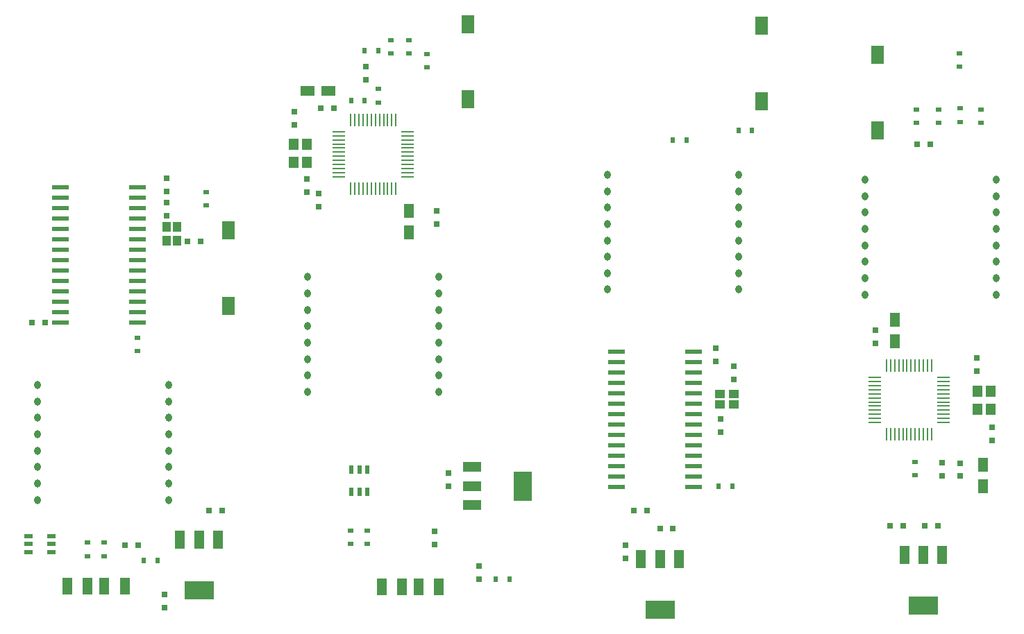
<source format=gtp>
G04*
G04 #@! TF.GenerationSoftware,Altium Limited,Altium Designer,19.1.5 (86)*
G04*
G04 Layer_Color=8421504*
%FSLAX44Y44*%
%MOMM*%
G71*
G01*
G75*
%ADD10R,1.2192X2.2352*%
%ADD11R,3.6000X2.2000*%
%ADD13R,1.6000X2.1800*%
%ADD15R,1.2000X1.0000*%
%ADD17O,0.8000X1.0000*%
%ADD18R,2.0000X0.6000*%
%ADD20R,1.2300X1.8000*%
%ADD21R,0.2800X1.5600*%
%ADD22R,1.5600X0.2800*%
%ADD24R,1.2000X1.4000*%
%ADD27R,1.2000X2.0000*%
%ADD28R,0.6000X1.0000*%
%ADD29R,1.8000X1.2300*%
%ADD30R,2.2352X1.2192*%
%ADD31R,2.2000X3.6000*%
%ADD35R,1.0000X1.2000*%
%ADD36R,1.0000X0.6000*%
%ADD100R,0.6000X0.7500*%
%ADD101R,0.7500X0.7000*%
%ADD102R,0.7000X0.7500*%
%ADD103R,0.7500X0.6000*%
D10*
X888864Y86988D02*
D03*
X865750D02*
D03*
X842636D02*
D03*
X1210214Y92500D02*
D03*
X1187100D02*
D03*
X1163986D02*
D03*
X326874Y110998D02*
D03*
X303760D02*
D03*
X280646D02*
D03*
D11*
X865750Y25010D02*
D03*
X1187100Y30522D02*
D03*
X303760Y49020D02*
D03*
D13*
X989750Y738000D02*
D03*
Y646000D02*
D03*
X1130850Y702250D02*
D03*
Y610250D02*
D03*
X631250Y648000D02*
D03*
Y740000D02*
D03*
X339320Y395960D02*
D03*
Y487960D02*
D03*
D15*
X939250Y288500D02*
D03*
X956250D02*
D03*
Y275500D02*
D03*
X939250D02*
D03*
D17*
X961750Y416000D02*
D03*
Y436000D02*
D03*
Y456000D02*
D03*
Y475930D02*
D03*
Y496000D02*
D03*
Y516000D02*
D03*
Y536000D02*
D03*
Y556000D02*
D03*
X801750D02*
D03*
Y536000D02*
D03*
Y516000D02*
D03*
Y496000D02*
D03*
Y476000D02*
D03*
Y456000D02*
D03*
Y436000D02*
D03*
Y416000D02*
D03*
X1115850Y550000D02*
D03*
Y530000D02*
D03*
Y510000D02*
D03*
Y490070D02*
D03*
Y470000D02*
D03*
Y450000D02*
D03*
Y430000D02*
D03*
Y410000D02*
D03*
X1275850D02*
D03*
Y430000D02*
D03*
Y450000D02*
D03*
Y470000D02*
D03*
Y490000D02*
D03*
Y510000D02*
D03*
Y530000D02*
D03*
Y550000D02*
D03*
X436250Y291250D02*
D03*
Y311250D02*
D03*
Y331250D02*
D03*
Y351250D02*
D03*
Y371250D02*
D03*
Y391250D02*
D03*
Y411250D02*
D03*
Y431250D02*
D03*
X596250D02*
D03*
Y411250D02*
D03*
Y391250D02*
D03*
Y371250D02*
D03*
Y351180D02*
D03*
Y331250D02*
D03*
Y311250D02*
D03*
Y291250D02*
D03*
X266910Y159390D02*
D03*
Y179390D02*
D03*
Y199390D02*
D03*
Y219320D02*
D03*
Y239390D02*
D03*
Y259390D02*
D03*
Y279390D02*
D03*
Y299390D02*
D03*
X106910D02*
D03*
Y279390D02*
D03*
Y259390D02*
D03*
Y239390D02*
D03*
Y219390D02*
D03*
Y199390D02*
D03*
Y179390D02*
D03*
Y159390D02*
D03*
D18*
X812750Y175450D02*
D03*
Y188150D02*
D03*
Y200850D02*
D03*
Y213550D02*
D03*
Y226250D02*
D03*
Y238950D02*
D03*
Y251650D02*
D03*
Y264350D02*
D03*
Y277050D02*
D03*
Y289750D02*
D03*
Y302450D02*
D03*
Y315150D02*
D03*
Y327850D02*
D03*
Y340550D02*
D03*
X906750D02*
D03*
Y327850D02*
D03*
Y315150D02*
D03*
Y302450D02*
D03*
Y289750D02*
D03*
Y277050D02*
D03*
Y264350D02*
D03*
Y251650D02*
D03*
Y238950D02*
D03*
Y226250D02*
D03*
Y213550D02*
D03*
Y200850D02*
D03*
Y188150D02*
D03*
Y175450D02*
D03*
X134840Y375920D02*
D03*
Y388620D02*
D03*
Y401320D02*
D03*
Y414020D02*
D03*
Y426720D02*
D03*
Y439420D02*
D03*
Y452120D02*
D03*
Y464820D02*
D03*
Y477520D02*
D03*
Y490220D02*
D03*
Y502920D02*
D03*
Y515620D02*
D03*
Y528320D02*
D03*
Y541020D02*
D03*
X228840D02*
D03*
Y528320D02*
D03*
Y515620D02*
D03*
Y502920D02*
D03*
Y490220D02*
D03*
Y477520D02*
D03*
Y464820D02*
D03*
Y452120D02*
D03*
Y439420D02*
D03*
Y426720D02*
D03*
Y414020D02*
D03*
Y401320D02*
D03*
Y388620D02*
D03*
Y375920D02*
D03*
D20*
X1259600Y201850D02*
D03*
Y175650D02*
D03*
X1152100Y353150D02*
D03*
Y379350D02*
D03*
X560000Y485650D02*
D03*
Y511850D02*
D03*
D21*
X1197100Y323050D02*
D03*
X1192100D02*
D03*
X1187100D02*
D03*
X1182100D02*
D03*
X1177100D02*
D03*
X1172100D02*
D03*
X1167100D02*
D03*
X1162100D02*
D03*
X1157100D02*
D03*
X1152100D02*
D03*
X1147100D02*
D03*
X1142100D02*
D03*
Y239450D02*
D03*
X1147100D02*
D03*
X1152100D02*
D03*
X1157100D02*
D03*
X1162100D02*
D03*
X1167100D02*
D03*
X1172100D02*
D03*
X1177100D02*
D03*
X1182100D02*
D03*
X1187100D02*
D03*
X1192100D02*
D03*
X1197100D02*
D03*
X488750Y623050D02*
D03*
X493750D02*
D03*
X498750D02*
D03*
X503750D02*
D03*
X508750D02*
D03*
X513750D02*
D03*
X518750D02*
D03*
X523750D02*
D03*
X528750D02*
D03*
X533750D02*
D03*
X538750D02*
D03*
X543750D02*
D03*
Y539450D02*
D03*
X538750D02*
D03*
X533750D02*
D03*
X528750D02*
D03*
X523750D02*
D03*
X518750D02*
D03*
X513750D02*
D03*
X508750D02*
D03*
X503750D02*
D03*
X498750D02*
D03*
X493750D02*
D03*
X488750D02*
D03*
D22*
X1211400Y253750D02*
D03*
Y258750D02*
D03*
Y263750D02*
D03*
Y268750D02*
D03*
Y273750D02*
D03*
Y278750D02*
D03*
Y283750D02*
D03*
Y288750D02*
D03*
Y293750D02*
D03*
Y298750D02*
D03*
Y303750D02*
D03*
Y308750D02*
D03*
X1127800D02*
D03*
Y303750D02*
D03*
Y298750D02*
D03*
Y293750D02*
D03*
Y288750D02*
D03*
Y283750D02*
D03*
Y278750D02*
D03*
Y273750D02*
D03*
Y268750D02*
D03*
Y263750D02*
D03*
Y258750D02*
D03*
Y253750D02*
D03*
X558050Y608750D02*
D03*
Y603750D02*
D03*
Y598750D02*
D03*
Y593750D02*
D03*
Y588750D02*
D03*
Y583750D02*
D03*
Y578750D02*
D03*
Y573750D02*
D03*
Y568750D02*
D03*
Y563750D02*
D03*
Y558750D02*
D03*
Y553750D02*
D03*
X474450D02*
D03*
Y558750D02*
D03*
Y563750D02*
D03*
Y568750D02*
D03*
Y573750D02*
D03*
Y578750D02*
D03*
Y583750D02*
D03*
Y588750D02*
D03*
Y593750D02*
D03*
Y598750D02*
D03*
Y603750D02*
D03*
Y608750D02*
D03*
D24*
X1268850Y270250D02*
D03*
Y292250D02*
D03*
X1252850D02*
D03*
Y270250D02*
D03*
X435500Y593500D02*
D03*
Y571500D02*
D03*
X419500D02*
D03*
Y593500D02*
D03*
D27*
X596250Y53500D02*
D03*
X571250D02*
D03*
X551250D02*
D03*
X526250D02*
D03*
X143030Y53870D02*
D03*
X168030D02*
D03*
X188030D02*
D03*
X213030D02*
D03*
D28*
X489750Y196250D02*
D03*
X499250D02*
D03*
X508750D02*
D03*
Y168750D02*
D03*
X499250D02*
D03*
X489750D02*
D03*
D29*
X435650Y658750D02*
D03*
X461850D02*
D03*
D30*
X636512Y199364D02*
D03*
Y176250D02*
D03*
Y153136D02*
D03*
D31*
X698490Y176250D02*
D03*
D35*
X264240Y475370D02*
D03*
Y492370D02*
D03*
X277240D02*
D03*
Y475370D02*
D03*
D36*
X95700Y114910D02*
D03*
Y105410D02*
D03*
Y95910D02*
D03*
X123200D02*
D03*
Y105410D02*
D03*
Y114910D02*
D03*
D100*
X881500Y598000D02*
D03*
X898000D02*
D03*
X961500Y610000D02*
D03*
X978000D02*
D03*
X937500Y176000D02*
D03*
X954000D02*
D03*
X522000Y707500D02*
D03*
X505500D02*
D03*
X505750Y646250D02*
D03*
X489250D02*
D03*
X665500Y62500D02*
D03*
X682000D02*
D03*
X236450Y85090D02*
D03*
X252950D02*
D03*
D101*
X933750Y344000D02*
D03*
Y328000D02*
D03*
X939750Y242000D02*
D03*
Y258000D02*
D03*
X955750Y322000D02*
D03*
Y306000D02*
D03*
X823750Y104000D02*
D03*
Y88000D02*
D03*
X1209600Y188750D02*
D03*
Y204750D02*
D03*
X1232100Y188250D02*
D03*
Y204250D02*
D03*
X1128350Y366750D02*
D03*
Y350750D02*
D03*
X1252100Y316250D02*
D03*
Y332250D02*
D03*
X1270850Y248000D02*
D03*
Y232000D02*
D03*
X591250Y104500D02*
D03*
Y120500D02*
D03*
X420000Y633000D02*
D03*
Y617000D02*
D03*
X507500Y688000D02*
D03*
Y672000D02*
D03*
X607500Y192250D02*
D03*
Y176250D02*
D03*
X593750Y511750D02*
D03*
Y495750D02*
D03*
X645000Y78500D02*
D03*
Y62500D02*
D03*
X450000Y517000D02*
D03*
Y533000D02*
D03*
X435000Y550700D02*
D03*
Y534700D02*
D03*
X261850Y43560D02*
D03*
Y27560D02*
D03*
X264390Y506350D02*
D03*
Y522350D02*
D03*
Y551560D02*
D03*
Y535560D02*
D03*
D102*
X865750Y124000D02*
D03*
X881750D02*
D03*
X833750Y146000D02*
D03*
X849750D02*
D03*
X1195100Y593750D02*
D03*
X1179100D02*
D03*
X1189100Y127500D02*
D03*
X1205100D02*
D03*
X1146600D02*
D03*
X1162600D02*
D03*
X468000Y637500D02*
D03*
X452000D02*
D03*
X331700Y146050D02*
D03*
X315700D02*
D03*
X289790Y474980D02*
D03*
X305790D02*
D03*
X213210Y104140D02*
D03*
X229210D02*
D03*
X100180Y375920D02*
D03*
X116180D02*
D03*
D103*
X1257100Y619250D02*
D03*
Y635750D02*
D03*
X1232100Y620500D02*
D03*
Y637000D02*
D03*
X1178350Y619250D02*
D03*
Y635750D02*
D03*
X1205850Y619250D02*
D03*
Y635750D02*
D03*
X1230850Y704500D02*
D03*
Y688000D02*
D03*
X1177100Y189250D02*
D03*
Y205750D02*
D03*
X560000Y720750D02*
D03*
Y704250D02*
D03*
X522500Y660750D02*
D03*
Y644250D02*
D03*
X581250Y687250D02*
D03*
Y703750D02*
D03*
X537500Y720750D02*
D03*
Y704250D02*
D03*
X488750Y122000D02*
D03*
Y105500D02*
D03*
X508750Y122000D02*
D03*
Y105500D02*
D03*
X312650Y518800D02*
D03*
Y535300D02*
D03*
X228830Y357500D02*
D03*
Y341000D02*
D03*
X188190Y107310D02*
D03*
Y90810D02*
D03*
X168030Y107310D02*
D03*
Y90810D02*
D03*
M02*

</source>
